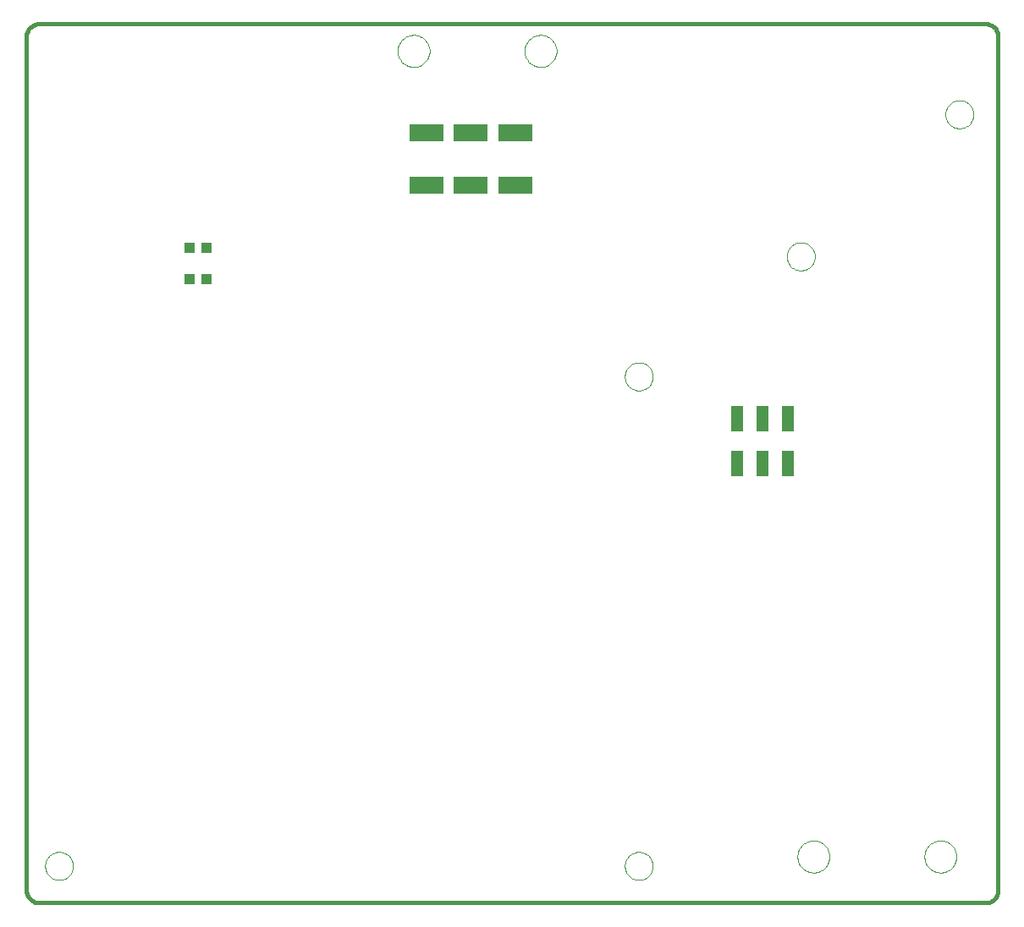
<source format=gbp>
G75*
%MOIN*%
%OFA0B0*%
%FSLAX24Y24*%
%IPPOS*%
%LPD*%
%AMOC8*
5,1,8,0,0,1.08239X$1,22.5*
%
%ADD10C,0.0160*%
%ADD11C,0.0000*%
%ADD12R,0.0433X0.0394*%
%ADD13R,0.1378X0.0701*%
%ADD14R,0.0500X0.1000*%
D10*
X008367Y006725D02*
X008367Y040371D01*
X008369Y040415D01*
X008375Y040458D01*
X008384Y040500D01*
X008397Y040542D01*
X008414Y040582D01*
X008434Y040621D01*
X008457Y040658D01*
X008484Y040692D01*
X008513Y040725D01*
X008546Y040754D01*
X008580Y040781D01*
X008617Y040804D01*
X008656Y040824D01*
X008696Y040841D01*
X008738Y040854D01*
X008780Y040863D01*
X008823Y040869D01*
X008867Y040871D01*
X046135Y040871D01*
X046179Y040869D01*
X046222Y040863D01*
X046264Y040854D01*
X046306Y040841D01*
X046346Y040824D01*
X046385Y040804D01*
X046422Y040781D01*
X046456Y040754D01*
X046489Y040725D01*
X046518Y040692D01*
X046545Y040658D01*
X046568Y040621D01*
X046588Y040582D01*
X046605Y040542D01*
X046618Y040500D01*
X046627Y040458D01*
X046633Y040415D01*
X046635Y040371D01*
X046635Y006725D01*
X046633Y006681D01*
X046627Y006638D01*
X046618Y006596D01*
X046605Y006554D01*
X046588Y006514D01*
X046568Y006475D01*
X046545Y006438D01*
X046518Y006404D01*
X046489Y006371D01*
X046456Y006342D01*
X046422Y006315D01*
X046385Y006292D01*
X046346Y006272D01*
X046306Y006255D01*
X046264Y006242D01*
X046222Y006233D01*
X046179Y006227D01*
X046135Y006225D01*
X008867Y006225D01*
X008823Y006227D01*
X008780Y006233D01*
X008738Y006242D01*
X008696Y006255D01*
X008656Y006272D01*
X008617Y006292D01*
X008580Y006315D01*
X008546Y006342D01*
X008513Y006371D01*
X008484Y006404D01*
X008457Y006438D01*
X008434Y006475D01*
X008414Y006514D01*
X008397Y006554D01*
X008384Y006596D01*
X008375Y006638D01*
X008369Y006681D01*
X008367Y006725D01*
D11*
X009103Y007678D02*
X009105Y007725D01*
X009111Y007771D01*
X009121Y007817D01*
X009134Y007862D01*
X009152Y007905D01*
X009173Y007947D01*
X009197Y007987D01*
X009225Y008024D01*
X009256Y008059D01*
X009290Y008092D01*
X009326Y008121D01*
X009365Y008147D01*
X009406Y008170D01*
X009449Y008189D01*
X009493Y008205D01*
X009538Y008217D01*
X009584Y008225D01*
X009631Y008229D01*
X009677Y008229D01*
X009724Y008225D01*
X009770Y008217D01*
X009815Y008205D01*
X009859Y008189D01*
X009902Y008170D01*
X009943Y008147D01*
X009982Y008121D01*
X010018Y008092D01*
X010052Y008059D01*
X010083Y008024D01*
X010111Y007987D01*
X010135Y007947D01*
X010156Y007905D01*
X010174Y007862D01*
X010187Y007817D01*
X010197Y007771D01*
X010203Y007725D01*
X010205Y007678D01*
X010203Y007631D01*
X010197Y007585D01*
X010187Y007539D01*
X010174Y007494D01*
X010156Y007451D01*
X010135Y007409D01*
X010111Y007369D01*
X010083Y007332D01*
X010052Y007297D01*
X010018Y007264D01*
X009982Y007235D01*
X009943Y007209D01*
X009902Y007186D01*
X009859Y007167D01*
X009815Y007151D01*
X009770Y007139D01*
X009724Y007131D01*
X009677Y007127D01*
X009631Y007127D01*
X009584Y007131D01*
X009538Y007139D01*
X009493Y007151D01*
X009449Y007167D01*
X009406Y007186D01*
X009365Y007209D01*
X009326Y007235D01*
X009290Y007264D01*
X009256Y007297D01*
X009225Y007332D01*
X009197Y007369D01*
X009173Y007409D01*
X009152Y007451D01*
X009134Y007494D01*
X009121Y007539D01*
X009111Y007585D01*
X009105Y007631D01*
X009103Y007678D01*
X031938Y007678D02*
X031940Y007725D01*
X031946Y007771D01*
X031956Y007817D01*
X031969Y007862D01*
X031987Y007905D01*
X032008Y007947D01*
X032032Y007987D01*
X032060Y008024D01*
X032091Y008059D01*
X032125Y008092D01*
X032161Y008121D01*
X032200Y008147D01*
X032241Y008170D01*
X032284Y008189D01*
X032328Y008205D01*
X032373Y008217D01*
X032419Y008225D01*
X032466Y008229D01*
X032512Y008229D01*
X032559Y008225D01*
X032605Y008217D01*
X032650Y008205D01*
X032694Y008189D01*
X032737Y008170D01*
X032778Y008147D01*
X032817Y008121D01*
X032853Y008092D01*
X032887Y008059D01*
X032918Y008024D01*
X032946Y007987D01*
X032970Y007947D01*
X032991Y007905D01*
X033009Y007862D01*
X033022Y007817D01*
X033032Y007771D01*
X033038Y007725D01*
X033040Y007678D01*
X033038Y007631D01*
X033032Y007585D01*
X033022Y007539D01*
X033009Y007494D01*
X032991Y007451D01*
X032970Y007409D01*
X032946Y007369D01*
X032918Y007332D01*
X032887Y007297D01*
X032853Y007264D01*
X032817Y007235D01*
X032778Y007209D01*
X032737Y007186D01*
X032694Y007167D01*
X032650Y007151D01*
X032605Y007139D01*
X032559Y007131D01*
X032512Y007127D01*
X032466Y007127D01*
X032419Y007131D01*
X032373Y007139D01*
X032328Y007151D01*
X032284Y007167D01*
X032241Y007186D01*
X032200Y007209D01*
X032161Y007235D01*
X032125Y007264D01*
X032091Y007297D01*
X032060Y007332D01*
X032032Y007369D01*
X032008Y007409D01*
X031987Y007451D01*
X031969Y007494D01*
X031956Y007539D01*
X031946Y007585D01*
X031940Y007631D01*
X031938Y007678D01*
X038737Y008050D02*
X038739Y008100D01*
X038745Y008150D01*
X038755Y008199D01*
X038769Y008247D01*
X038786Y008294D01*
X038807Y008339D01*
X038832Y008383D01*
X038860Y008424D01*
X038892Y008463D01*
X038926Y008500D01*
X038963Y008534D01*
X039003Y008564D01*
X039045Y008591D01*
X039089Y008615D01*
X039135Y008636D01*
X039182Y008652D01*
X039230Y008665D01*
X039280Y008674D01*
X039329Y008679D01*
X039380Y008680D01*
X039430Y008677D01*
X039479Y008670D01*
X039528Y008659D01*
X039576Y008644D01*
X039622Y008626D01*
X039667Y008604D01*
X039710Y008578D01*
X039751Y008549D01*
X039790Y008517D01*
X039826Y008482D01*
X039858Y008444D01*
X039888Y008404D01*
X039915Y008361D01*
X039938Y008317D01*
X039957Y008271D01*
X039973Y008223D01*
X039985Y008174D01*
X039993Y008125D01*
X039997Y008075D01*
X039997Y008025D01*
X039993Y007975D01*
X039985Y007926D01*
X039973Y007877D01*
X039957Y007829D01*
X039938Y007783D01*
X039915Y007739D01*
X039888Y007696D01*
X039858Y007656D01*
X039826Y007618D01*
X039790Y007583D01*
X039751Y007551D01*
X039710Y007522D01*
X039667Y007496D01*
X039622Y007474D01*
X039576Y007456D01*
X039528Y007441D01*
X039479Y007430D01*
X039430Y007423D01*
X039380Y007420D01*
X039329Y007421D01*
X039280Y007426D01*
X039230Y007435D01*
X039182Y007448D01*
X039135Y007464D01*
X039089Y007485D01*
X039045Y007509D01*
X039003Y007536D01*
X038963Y007566D01*
X038926Y007600D01*
X038892Y007637D01*
X038860Y007676D01*
X038832Y007717D01*
X038807Y007761D01*
X038786Y007806D01*
X038769Y007853D01*
X038755Y007901D01*
X038745Y007950D01*
X038739Y008000D01*
X038737Y008050D01*
X043737Y008050D02*
X043739Y008100D01*
X043745Y008150D01*
X043755Y008199D01*
X043769Y008247D01*
X043786Y008294D01*
X043807Y008339D01*
X043832Y008383D01*
X043860Y008424D01*
X043892Y008463D01*
X043926Y008500D01*
X043963Y008534D01*
X044003Y008564D01*
X044045Y008591D01*
X044089Y008615D01*
X044135Y008636D01*
X044182Y008652D01*
X044230Y008665D01*
X044280Y008674D01*
X044329Y008679D01*
X044380Y008680D01*
X044430Y008677D01*
X044479Y008670D01*
X044528Y008659D01*
X044576Y008644D01*
X044622Y008626D01*
X044667Y008604D01*
X044710Y008578D01*
X044751Y008549D01*
X044790Y008517D01*
X044826Y008482D01*
X044858Y008444D01*
X044888Y008404D01*
X044915Y008361D01*
X044938Y008317D01*
X044957Y008271D01*
X044973Y008223D01*
X044985Y008174D01*
X044993Y008125D01*
X044997Y008075D01*
X044997Y008025D01*
X044993Y007975D01*
X044985Y007926D01*
X044973Y007877D01*
X044957Y007829D01*
X044938Y007783D01*
X044915Y007739D01*
X044888Y007696D01*
X044858Y007656D01*
X044826Y007618D01*
X044790Y007583D01*
X044751Y007551D01*
X044710Y007522D01*
X044667Y007496D01*
X044622Y007474D01*
X044576Y007456D01*
X044528Y007441D01*
X044479Y007430D01*
X044430Y007423D01*
X044380Y007420D01*
X044329Y007421D01*
X044280Y007426D01*
X044230Y007435D01*
X044182Y007448D01*
X044135Y007464D01*
X044089Y007485D01*
X044045Y007509D01*
X044003Y007536D01*
X043963Y007566D01*
X043926Y007600D01*
X043892Y007637D01*
X043860Y007676D01*
X043832Y007717D01*
X043807Y007761D01*
X043786Y007806D01*
X043769Y007853D01*
X043755Y007901D01*
X043745Y007950D01*
X043739Y008000D01*
X043737Y008050D01*
X031938Y026969D02*
X031940Y027016D01*
X031946Y027062D01*
X031956Y027108D01*
X031969Y027153D01*
X031987Y027196D01*
X032008Y027238D01*
X032032Y027278D01*
X032060Y027315D01*
X032091Y027350D01*
X032125Y027383D01*
X032161Y027412D01*
X032200Y027438D01*
X032241Y027461D01*
X032284Y027480D01*
X032328Y027496D01*
X032373Y027508D01*
X032419Y027516D01*
X032466Y027520D01*
X032512Y027520D01*
X032559Y027516D01*
X032605Y027508D01*
X032650Y027496D01*
X032694Y027480D01*
X032737Y027461D01*
X032778Y027438D01*
X032817Y027412D01*
X032853Y027383D01*
X032887Y027350D01*
X032918Y027315D01*
X032946Y027278D01*
X032970Y027238D01*
X032991Y027196D01*
X033009Y027153D01*
X033022Y027108D01*
X033032Y027062D01*
X033038Y027016D01*
X033040Y026969D01*
X033038Y026922D01*
X033032Y026876D01*
X033022Y026830D01*
X033009Y026785D01*
X032991Y026742D01*
X032970Y026700D01*
X032946Y026660D01*
X032918Y026623D01*
X032887Y026588D01*
X032853Y026555D01*
X032817Y026526D01*
X032778Y026500D01*
X032737Y026477D01*
X032694Y026458D01*
X032650Y026442D01*
X032605Y026430D01*
X032559Y026422D01*
X032512Y026418D01*
X032466Y026418D01*
X032419Y026422D01*
X032373Y026430D01*
X032328Y026442D01*
X032284Y026458D01*
X032241Y026477D01*
X032200Y026500D01*
X032161Y026526D01*
X032125Y026555D01*
X032091Y026588D01*
X032060Y026623D01*
X032032Y026660D01*
X032008Y026700D01*
X031987Y026742D01*
X031969Y026785D01*
X031956Y026830D01*
X031946Y026876D01*
X031940Y026922D01*
X031938Y026969D01*
X038316Y031700D02*
X038318Y031747D01*
X038324Y031793D01*
X038334Y031839D01*
X038347Y031884D01*
X038365Y031927D01*
X038386Y031969D01*
X038410Y032009D01*
X038438Y032046D01*
X038469Y032081D01*
X038503Y032114D01*
X038539Y032143D01*
X038578Y032169D01*
X038619Y032192D01*
X038662Y032211D01*
X038706Y032227D01*
X038751Y032239D01*
X038797Y032247D01*
X038844Y032251D01*
X038890Y032251D01*
X038937Y032247D01*
X038983Y032239D01*
X039028Y032227D01*
X039072Y032211D01*
X039115Y032192D01*
X039156Y032169D01*
X039195Y032143D01*
X039231Y032114D01*
X039265Y032081D01*
X039296Y032046D01*
X039324Y032009D01*
X039348Y031969D01*
X039369Y031927D01*
X039387Y031884D01*
X039400Y031839D01*
X039410Y031793D01*
X039416Y031747D01*
X039418Y031700D01*
X039416Y031653D01*
X039410Y031607D01*
X039400Y031561D01*
X039387Y031516D01*
X039369Y031473D01*
X039348Y031431D01*
X039324Y031391D01*
X039296Y031354D01*
X039265Y031319D01*
X039231Y031286D01*
X039195Y031257D01*
X039156Y031231D01*
X039115Y031208D01*
X039072Y031189D01*
X039028Y031173D01*
X038983Y031161D01*
X038937Y031153D01*
X038890Y031149D01*
X038844Y031149D01*
X038797Y031153D01*
X038751Y031161D01*
X038706Y031173D01*
X038662Y031189D01*
X038619Y031208D01*
X038578Y031231D01*
X038539Y031257D01*
X038503Y031286D01*
X038469Y031319D01*
X038438Y031354D01*
X038410Y031391D01*
X038386Y031431D01*
X038365Y031473D01*
X038347Y031516D01*
X038334Y031561D01*
X038324Y031607D01*
X038318Y031653D01*
X038316Y031700D01*
X044566Y037300D02*
X044568Y037347D01*
X044574Y037393D01*
X044584Y037439D01*
X044597Y037484D01*
X044615Y037527D01*
X044636Y037569D01*
X044660Y037609D01*
X044688Y037646D01*
X044719Y037681D01*
X044753Y037714D01*
X044789Y037743D01*
X044828Y037769D01*
X044869Y037792D01*
X044912Y037811D01*
X044956Y037827D01*
X045001Y037839D01*
X045047Y037847D01*
X045094Y037851D01*
X045140Y037851D01*
X045187Y037847D01*
X045233Y037839D01*
X045278Y037827D01*
X045322Y037811D01*
X045365Y037792D01*
X045406Y037769D01*
X045445Y037743D01*
X045481Y037714D01*
X045515Y037681D01*
X045546Y037646D01*
X045574Y037609D01*
X045598Y037569D01*
X045619Y037527D01*
X045637Y037484D01*
X045650Y037439D01*
X045660Y037393D01*
X045666Y037347D01*
X045668Y037300D01*
X045666Y037253D01*
X045660Y037207D01*
X045650Y037161D01*
X045637Y037116D01*
X045619Y037073D01*
X045598Y037031D01*
X045574Y036991D01*
X045546Y036954D01*
X045515Y036919D01*
X045481Y036886D01*
X045445Y036857D01*
X045406Y036831D01*
X045365Y036808D01*
X045322Y036789D01*
X045278Y036773D01*
X045233Y036761D01*
X045187Y036753D01*
X045140Y036749D01*
X045094Y036749D01*
X045047Y036753D01*
X045001Y036761D01*
X044956Y036773D01*
X044912Y036789D01*
X044869Y036808D01*
X044828Y036831D01*
X044789Y036857D01*
X044753Y036886D01*
X044719Y036919D01*
X044688Y036954D01*
X044660Y036991D01*
X044636Y037031D01*
X044615Y037073D01*
X044597Y037116D01*
X044584Y037161D01*
X044574Y037207D01*
X044568Y037253D01*
X044566Y037300D01*
X027987Y039800D02*
X027989Y039850D01*
X027995Y039900D01*
X028005Y039949D01*
X028019Y039997D01*
X028036Y040044D01*
X028057Y040089D01*
X028082Y040133D01*
X028110Y040174D01*
X028142Y040213D01*
X028176Y040250D01*
X028213Y040284D01*
X028253Y040314D01*
X028295Y040341D01*
X028339Y040365D01*
X028385Y040386D01*
X028432Y040402D01*
X028480Y040415D01*
X028530Y040424D01*
X028579Y040429D01*
X028630Y040430D01*
X028680Y040427D01*
X028729Y040420D01*
X028778Y040409D01*
X028826Y040394D01*
X028872Y040376D01*
X028917Y040354D01*
X028960Y040328D01*
X029001Y040299D01*
X029040Y040267D01*
X029076Y040232D01*
X029108Y040194D01*
X029138Y040154D01*
X029165Y040111D01*
X029188Y040067D01*
X029207Y040021D01*
X029223Y039973D01*
X029235Y039924D01*
X029243Y039875D01*
X029247Y039825D01*
X029247Y039775D01*
X029243Y039725D01*
X029235Y039676D01*
X029223Y039627D01*
X029207Y039579D01*
X029188Y039533D01*
X029165Y039489D01*
X029138Y039446D01*
X029108Y039406D01*
X029076Y039368D01*
X029040Y039333D01*
X029001Y039301D01*
X028960Y039272D01*
X028917Y039246D01*
X028872Y039224D01*
X028826Y039206D01*
X028778Y039191D01*
X028729Y039180D01*
X028680Y039173D01*
X028630Y039170D01*
X028579Y039171D01*
X028530Y039176D01*
X028480Y039185D01*
X028432Y039198D01*
X028385Y039214D01*
X028339Y039235D01*
X028295Y039259D01*
X028253Y039286D01*
X028213Y039316D01*
X028176Y039350D01*
X028142Y039387D01*
X028110Y039426D01*
X028082Y039467D01*
X028057Y039511D01*
X028036Y039556D01*
X028019Y039603D01*
X028005Y039651D01*
X027995Y039700D01*
X027989Y039750D01*
X027987Y039800D01*
X022987Y039800D02*
X022989Y039850D01*
X022995Y039900D01*
X023005Y039949D01*
X023019Y039997D01*
X023036Y040044D01*
X023057Y040089D01*
X023082Y040133D01*
X023110Y040174D01*
X023142Y040213D01*
X023176Y040250D01*
X023213Y040284D01*
X023253Y040314D01*
X023295Y040341D01*
X023339Y040365D01*
X023385Y040386D01*
X023432Y040402D01*
X023480Y040415D01*
X023530Y040424D01*
X023579Y040429D01*
X023630Y040430D01*
X023680Y040427D01*
X023729Y040420D01*
X023778Y040409D01*
X023826Y040394D01*
X023872Y040376D01*
X023917Y040354D01*
X023960Y040328D01*
X024001Y040299D01*
X024040Y040267D01*
X024076Y040232D01*
X024108Y040194D01*
X024138Y040154D01*
X024165Y040111D01*
X024188Y040067D01*
X024207Y040021D01*
X024223Y039973D01*
X024235Y039924D01*
X024243Y039875D01*
X024247Y039825D01*
X024247Y039775D01*
X024243Y039725D01*
X024235Y039676D01*
X024223Y039627D01*
X024207Y039579D01*
X024188Y039533D01*
X024165Y039489D01*
X024138Y039446D01*
X024108Y039406D01*
X024076Y039368D01*
X024040Y039333D01*
X024001Y039301D01*
X023960Y039272D01*
X023917Y039246D01*
X023872Y039224D01*
X023826Y039206D01*
X023778Y039191D01*
X023729Y039180D01*
X023680Y039173D01*
X023630Y039170D01*
X023579Y039171D01*
X023530Y039176D01*
X023480Y039185D01*
X023432Y039198D01*
X023385Y039214D01*
X023339Y039235D01*
X023295Y039259D01*
X023253Y039286D01*
X023213Y039316D01*
X023176Y039350D01*
X023142Y039387D01*
X023110Y039426D01*
X023082Y039467D01*
X023057Y039511D01*
X023036Y039556D01*
X023019Y039603D01*
X023005Y039651D01*
X022995Y039700D01*
X022989Y039750D01*
X022987Y039800D01*
D12*
X015452Y032050D03*
X014782Y032050D03*
X014782Y030800D03*
X015452Y030800D03*
D13*
X024117Y034520D03*
X025867Y034520D03*
X027617Y034520D03*
X027617Y036580D03*
X025867Y036580D03*
X024117Y036580D03*
D14*
X036367Y025300D03*
X037367Y025300D03*
X038367Y025300D03*
X038367Y023550D03*
X037367Y023550D03*
X036367Y023550D03*
M02*

</source>
